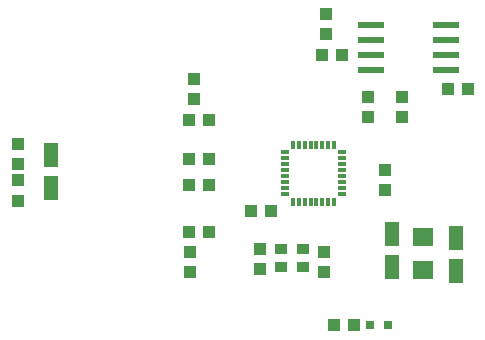
<source format=gtp>
G75*
%MOIN*%
%OFA0B0*%
%FSLAX25Y25*%
%IPPOS*%
%LPD*%
%AMOC8*
5,1,8,0,0,1.08239X$1,22.5*
%
%ADD10R,0.01181X0.03150*%
%ADD11R,0.03150X0.01181*%
%ADD12R,0.03937X0.04331*%
%ADD13R,0.04724X0.07874*%
%ADD14R,0.04331X0.03937*%
%ADD15R,0.08661X0.01969*%
%ADD16R,0.03937X0.03543*%
%ADD17R,0.07087X0.06299*%
%ADD18R,0.03150X0.03150*%
D10*
X0133276Y0066367D03*
X0135245Y0066367D03*
X0137213Y0066367D03*
X0139182Y0066367D03*
X0141150Y0066367D03*
X0143119Y0066367D03*
X0145087Y0066367D03*
X0147056Y0066367D03*
X0147056Y0085343D03*
X0145087Y0085343D03*
X0143119Y0085343D03*
X0141150Y0085343D03*
X0139182Y0085343D03*
X0137213Y0085343D03*
X0135245Y0085343D03*
X0133276Y0085343D03*
D11*
X0130678Y0082745D03*
X0130678Y0080776D03*
X0130678Y0078808D03*
X0130678Y0076839D03*
X0130678Y0074871D03*
X0130678Y0072902D03*
X0130678Y0070934D03*
X0130678Y0068965D03*
X0149654Y0068965D03*
X0149654Y0070934D03*
X0149654Y0072902D03*
X0149654Y0074871D03*
X0149654Y0076839D03*
X0149654Y0078808D03*
X0149654Y0080776D03*
X0149654Y0082745D03*
D12*
X0099154Y0042729D03*
X0099154Y0049422D03*
X0098729Y0056091D03*
X0105422Y0056091D03*
X0119359Y0063257D03*
X0126052Y0063257D03*
X0122312Y0050461D03*
X0122312Y0043769D03*
X0143808Y0042824D03*
X0143808Y0049517D03*
X0146918Y0025068D03*
X0153611Y0025068D03*
X0105422Y0071721D03*
X0098729Y0071721D03*
X0098729Y0080501D03*
X0105422Y0080501D03*
X0105422Y0093650D03*
X0098729Y0093650D03*
X0100217Y0100371D03*
X0100217Y0107064D03*
X0142957Y0115324D03*
X0149650Y0115324D03*
D13*
X0166261Y0055520D03*
X0166261Y0044497D03*
X0187816Y0043316D03*
X0187816Y0054339D03*
X0052741Y0070737D03*
X0052741Y0081761D03*
D14*
X0041694Y0078804D03*
X0041694Y0073391D03*
X0041694Y0066698D03*
X0041694Y0085497D03*
X0144316Y0122182D03*
X0144316Y0128875D03*
X0158331Y0101091D03*
X0169517Y0101091D03*
X0169517Y0094398D03*
X0158331Y0094398D03*
X0164013Y0076997D03*
X0164013Y0070304D03*
X0184843Y0103922D03*
X0191536Y0103922D03*
D15*
X0184178Y0110245D03*
X0184178Y0115245D03*
X0184178Y0120245D03*
X0184178Y0125245D03*
X0159343Y0125245D03*
X0159343Y0120284D03*
X0159343Y0115284D03*
X0159343Y0110284D03*
D16*
X0136611Y0050536D03*
X0129328Y0050536D03*
X0129328Y0044434D03*
X0136611Y0044434D03*
D17*
X0176822Y0043423D03*
X0176822Y0054446D03*
D18*
X0165028Y0025068D03*
X0159123Y0025068D03*
M02*

</source>
